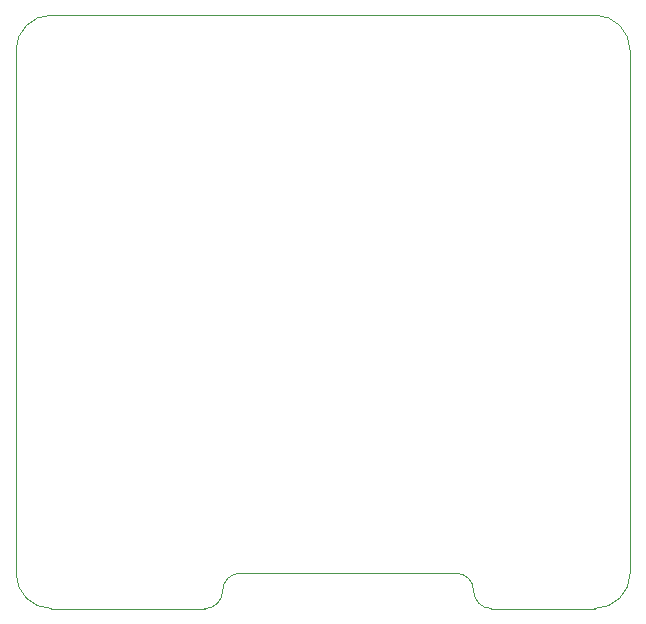
<source format=gbr>
%TF.GenerationSoftware,KiCad,Pcbnew,(6.0.8)*%
%TF.CreationDate,2023-02-21T11:31:40+01:00*%
%TF.ProjectId,MuMo-v2-Node,4d754d6f-2d76-4322-9d4e-6f64652e6b69,rev?*%
%TF.SameCoordinates,Original*%
%TF.FileFunction,Profile,NP*%
%FSLAX46Y46*%
G04 Gerber Fmt 4.6, Leading zero omitted, Abs format (unit mm)*
G04 Created by KiCad (PCBNEW (6.0.8)) date 2023-02-21 11:31:40*
%MOMM*%
%LPD*%
G01*
G04 APERTURE LIST*
%TA.AperFunction,Profile*%
%ADD10C,0.100000*%
%TD*%
G04 APERTURE END LIST*
D10*
X146030800Y-107808000D02*
X159030800Y-107808000D01*
X143030800Y-104808000D02*
G75*
G03*
X146030800Y-107808000I3000000J0D01*
G01*
X146030800Y-57558000D02*
G75*
G03*
X143030800Y-60558000I0J-3000000D01*
G01*
X146030800Y-57558000D02*
X192030800Y-57558000D01*
X181780800Y-106308000D02*
G75*
G03*
X183280800Y-107808000I1500000J0D01*
G01*
X181780800Y-106308000D02*
G75*
G03*
X180280800Y-104808000I-1500000J0D01*
G01*
X192030800Y-107808000D02*
G75*
G03*
X195030800Y-104808000I0J3000000D01*
G01*
X195030800Y-60558000D02*
G75*
G03*
X192030800Y-57558000I-3000000J0D01*
G01*
X143030800Y-60558000D02*
X143030800Y-104808000D01*
X159030800Y-107808000D02*
G75*
G03*
X160530800Y-106308000I0J1500000D01*
G01*
X162030800Y-104808000D02*
G75*
G03*
X160530800Y-106308000I0J-1500000D01*
G01*
X180280800Y-104808000D02*
X162030800Y-104808000D01*
X183280800Y-107808000D02*
X192030800Y-107808000D01*
X195030800Y-60558000D02*
X195030800Y-104808000D01*
M02*

</source>
